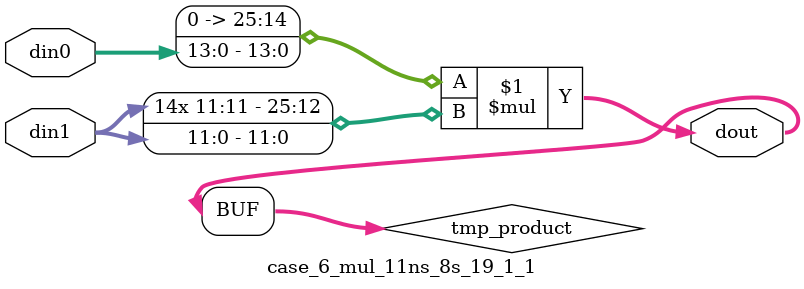
<source format=v>

`timescale 1 ns / 1 ps

 (* use_dsp = "no" *)  module case_6_mul_11ns_8s_19_1_1(din0, din1, dout);
parameter ID = 1;
parameter NUM_STAGE = 0;
parameter din0_WIDTH = 14;
parameter din1_WIDTH = 12;
parameter dout_WIDTH = 26;

input [din0_WIDTH - 1 : 0] din0; 
input [din1_WIDTH - 1 : 0] din1; 
output [dout_WIDTH - 1 : 0] dout;

wire signed [dout_WIDTH - 1 : 0] tmp_product;

























assign tmp_product = $signed({1'b0, din0}) * $signed(din1);










assign dout = tmp_product;





















endmodule

</source>
